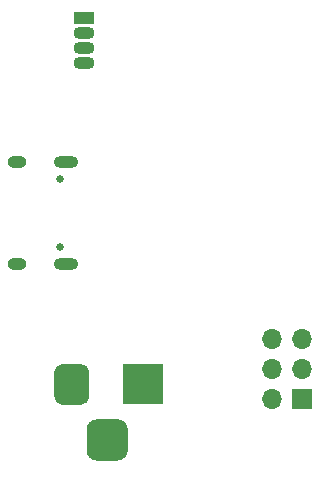
<source format=gbr>
G04 #@! TF.GenerationSoftware,KiCad,Pcbnew,5.1.8-db9833491~87~ubuntu20.04.1*
G04 #@! TF.CreationDate,2020-11-25T01:05:05+01:00*
G04 #@! TF.ProjectId,otto,6f74746f-2e6b-4696-9361-645f70636258,v1.0*
G04 #@! TF.SameCoordinates,Original*
G04 #@! TF.FileFunction,Soldermask,Bot*
G04 #@! TF.FilePolarity,Negative*
%FSLAX46Y46*%
G04 Gerber Fmt 4.6, Leading zero omitted, Abs format (unit mm)*
G04 Created by KiCad (PCBNEW 5.1.8-db9833491~87~ubuntu20.04.1) date 2020-11-25 01:05:05*
%MOMM*%
%LPD*%
G01*
G04 APERTURE LIST*
%ADD10O,1.800000X1.070000*%
%ADD11R,1.800000X1.070000*%
%ADD12R,1.700000X1.700000*%
%ADD13O,1.700000X1.700000*%
%ADD14R,3.500000X3.500000*%
%ADD15O,1.600000X1.000000*%
%ADD16C,0.650000*%
%ADD17O,2.100000X1.000000*%
G04 APERTURE END LIST*
D10*
X127000000Y-100810000D03*
X127000000Y-99540000D03*
X127000000Y-98270000D03*
D11*
X127000000Y-97000000D03*
D12*
X145500000Y-129225000D03*
D13*
X142960000Y-129225000D03*
X145500000Y-126685000D03*
X142960000Y-126685000D03*
X145500000Y-124145000D03*
X142960000Y-124145000D03*
D14*
X132000000Y-128000000D03*
G36*
G01*
X124500000Y-129000000D02*
X124500000Y-127000000D01*
G75*
G02*
X125250000Y-126250000I750000J0D01*
G01*
X126750000Y-126250000D01*
G75*
G02*
X127500000Y-127000000I0J-750000D01*
G01*
X127500000Y-129000000D01*
G75*
G02*
X126750000Y-129750000I-750000J0D01*
G01*
X125250000Y-129750000D01*
G75*
G02*
X124500000Y-129000000I0J750000D01*
G01*
G37*
G36*
G01*
X127250000Y-133575000D02*
X127250000Y-131825000D01*
G75*
G02*
X128125000Y-130950000I875000J0D01*
G01*
X129875000Y-130950000D01*
G75*
G02*
X130750000Y-131825000I0J-875000D01*
G01*
X130750000Y-133575000D01*
G75*
G02*
X129875000Y-134450000I-875000J0D01*
G01*
X128125000Y-134450000D01*
G75*
G02*
X127250000Y-133575000I0J875000D01*
G01*
G37*
D15*
X121370000Y-117810000D03*
D16*
X125020000Y-116380000D03*
D15*
X121370000Y-109170000D03*
D16*
X125020000Y-110600000D03*
D17*
X125550000Y-109170000D03*
X125550000Y-117810000D03*
M02*

</source>
